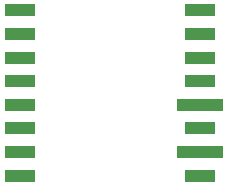
<source format=gbr>
%TF.GenerationSoftware,KiCad,Pcbnew,(6.0.2)*%
%TF.CreationDate,2022-09-28T21:47:16+01:00*%
%TF.ProjectId,m-link-lite,6d2d6c69-6e6b-42d6-9c69-74652e6b6963,rev?*%
%TF.SameCoordinates,Original*%
%TF.FileFunction,Paste,Bot*%
%TF.FilePolarity,Positive*%
%FSLAX46Y46*%
G04 Gerber Fmt 4.6, Leading zero omitted, Abs format (unit mm)*
G04 Created by KiCad (PCBNEW (6.0.2)) date 2022-09-28 21:47:16*
%MOMM*%
%LPD*%
G01*
G04 APERTURE LIST*
%ADD10R,2.500000X1.000000*%
%ADD11R,4.000000X1.000000*%
G04 APERTURE END LIST*
D10*
%TO.C,U4*%
X100100000Y-71250000D03*
X100100000Y-73250000D03*
X100100000Y-75250000D03*
X100100000Y-77250000D03*
D11*
X100100000Y-79250000D03*
D10*
X100100000Y-81250000D03*
D11*
X100100000Y-83250000D03*
D10*
X100100000Y-85250000D03*
X84900000Y-85250000D03*
X84900000Y-83250000D03*
X84900000Y-81250000D03*
X84900000Y-79250000D03*
X84900000Y-77250000D03*
X84900000Y-75250000D03*
X84900000Y-73250000D03*
X84900000Y-71250000D03*
%TD*%
M02*

</source>
